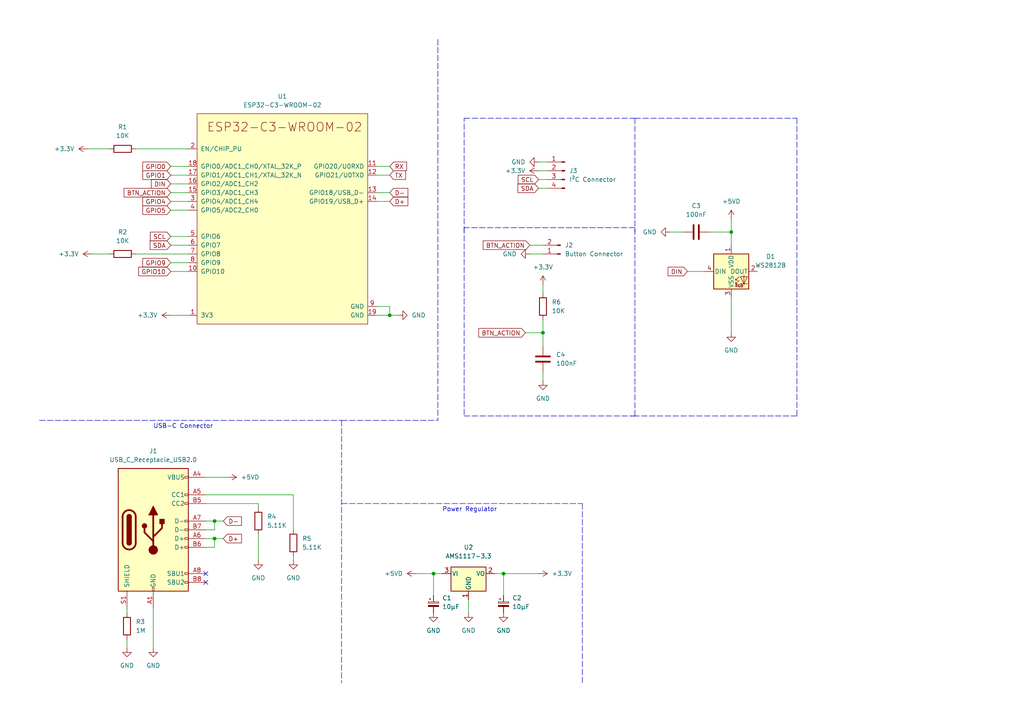
<source format=kicad_sch>
(kicad_sch (version 20211123) (generator eeschema)
  (paper "A4")
  (lib_symbols
    (symbol "Connector:Conn_01x02_Male" (pin_names (offset 1.016) hide)
      (property "Reference" "J" (at 0 2.54 0))
      (property "Value" "Conn_01x02_Male" (at 0 -5.08 0))
      (symbol "Conn_01x02_Male_1_1"
        (polyline (pts (xy 1.27 -2.54) (xy 0.8636 -2.54)) (stroke (width 0.1524)))
        (polyline (pts (xy 1.27 0) (xy 0.8636 0)) (stroke (width 0.1524)))
        (rectangle (start 0.8636 -2.413) (end 0 -2.667) (stroke (width 0.1524)) (fill (type outline)))
        (rectangle (start 0.8636 0.127) (end 0 -0.127) (stroke (width 0.1524)) (fill (type outline)))
        (pin passive line (at 5.08 0 180) (length 3.81) (name "Pin_1") (number "1"))
        (pin passive line (at 5.08 -2.54 180) (length 3.81) (name "Pin_2") (number "2"))
      )
    )
    (symbol "Connector:Conn_01x04_Male" (pin_names (offset 1.016) hide)
      (property "Reference" "J" (at 0 5.08 0))
      (property "Value" "Conn_01x04_Male" (at 0 -7.62 0))
      (symbol "Conn_01x04_Male_1_1"
        (polyline (pts (xy 1.27 -5.08) (xy 0.8636 -5.08)) (stroke (width 0.1524)))
        (polyline (pts (xy 1.27 -2.54) (xy 0.8636 -2.54)) (stroke (width 0.1524)))
        (polyline (pts (xy 1.27 0) (xy 0.8636 0)) (stroke (width 0.1524)))
        (polyline (pts (xy 1.27 2.54) (xy 0.8636 2.54)) (stroke (width 0.1524)))
        (rectangle (start 0.8636 -4.953) (end 0 -5.207) (stroke (width 0.1524)) (fill (type outline)))
        (rectangle (start 0.8636 -2.413) (end 0 -2.667) (stroke (width 0.1524)) (fill (type outline)))
        (rectangle (start 0.8636 0.127) (end 0 -0.127) (stroke (width 0.1524)) (fill (type outline)))
        (rectangle (start 0.8636 2.667) (end 0 2.413) (stroke (width 0.1524)) (fill (type outline)))
        (pin passive line (at 5.08 2.54 180) (length 3.81) (name "Pin_1") (number "1"))
        (pin passive line (at 5.08 0 180) (length 3.81) (name "Pin_2") (number "2"))
        (pin passive line (at 5.08 -2.54 180) (length 3.81) (name "Pin_3") (number "3"))
        (pin passive line (at 5.08 -5.08 180) (length 3.81) (name "Pin_4") (number "4"))
      )
    )
    (symbol "Connector:USB_C_Receptacle_USB2.0" (pin_names (offset 1.016))
      (property "Reference" "J" (at -10.16 19.05 0))
      (property "Value" "USB_C_Receptacle_USB2.0" (at 19.05 19.05 0))
      (symbol "USB_C_Receptacle_USB2.0_0_0"
        (rectangle (start -0.254 -17.78) (end 0.254 -16.764))
        (rectangle (start 10.16 -14.986) (end 9.144 -15.494))
        (rectangle (start 10.16 -12.446) (end 9.144 -12.954))
        (rectangle (start 10.16 -4.826) (end 9.144 -5.334))
        (rectangle (start 10.16 -2.286) (end 9.144 -2.794))
        (rectangle (start 10.16 0.254) (end 9.144 -0.254))
        (rectangle (start 10.16 2.794) (end 9.144 2.286))
        (rectangle (start 10.16 7.874) (end 9.144 7.366))
        (rectangle (start 10.16 10.414) (end 9.144 9.906))
        (rectangle (start 10.16 15.494) (end 9.144 14.986))
      )
      (symbol "USB_C_Receptacle_USB2.0_0_1"
        (rectangle (start -10.16 17.78) (end 10.16 -17.78) (stroke (width 0.254)) (fill (type background)))
        (arc (start -8.89 -3.81) (mid -6.985 -5.715) (end -5.08 -3.81) (stroke (width 0.508)))
        (arc (start -7.62 -3.81) (mid -6.985 -4.445) (end -6.35 -3.81) (stroke (width 0.254)))
        (arc (start -7.62 -3.81) (mid -6.985 -4.445) (end -6.35 -3.81) (stroke (width 0.254)) (fill (type outline)))
        (rectangle (start -7.62 -3.81) (end -6.35 3.81) (stroke (width 0.254)) (fill (type outline)))
        (arc (start -6.35 3.81) (mid -6.985 4.445) (end -7.62 3.81) (stroke (width 0.254)))
        (arc (start -6.35 3.81) (mid -6.985 4.445) (end -7.62 3.81) (stroke (width 0.254)) (fill (type outline)))
        (arc (start -5.08 3.81) (mid -6.985 5.715) (end -8.89 3.81) (stroke (width 0.508)))
        (circle (center -2.54 1.143) (radius 0.635) (stroke (width 0.254)) (fill (type outline)))
        (circle (center 0 -5.842) (radius 1.27) (fill (type outline)))
        (polyline (pts (xy -8.89 -3.81) (xy -8.89 3.81)) (stroke (width 0.508)))
        (polyline (pts (xy -5.08 3.81) (xy -5.08 -3.81)) (stroke (width 0.508)))
        (polyline (pts (xy 0 -5.842) (xy 0 4.318)) (stroke (width 0.508)))
        (polyline (pts (xy 0 -3.302) (xy -2.54 -0.762) (xy -2.54 0.508)) (stroke (width 0.508)))
        (polyline (pts (xy 0 -2.032) (xy 2.54 0.508) (xy 2.54 1.778)) (stroke (width 0.508)))
        (polyline (pts (xy -1.27 4.318) (xy 0 6.858) (xy 1.27 4.318) (xy -1.27 4.318)) (stroke (width 0.254)) (fill (type outline)))
        (rectangle (start 1.905 1.778) (end 3.175 3.048) (stroke (width 0.254)) (fill (type outline)))
      )
      (symbol "USB_C_Receptacle_USB2.0_1_1"
        (pin passive line (at 0 -22.86 90) (length 5.08) (name "GND") (number "A1"))
        (pin passive line (at 0 -22.86 90) (length 5.08) hide (name "GND") (number "A12"))
        (pin passive line (at 15.24 15.24 180) (length 5.08) (name "VBUS") (number "A4"))
        (pin bidirectional line (at 15.24 10.16 180) (length 5.08) (name "CC1") (number "A5"))
        (pin bidirectional line (at 15.24 -2.54 180) (length 5.08) (name "D+") (number "A6"))
        (pin bidirectional line (at 15.24 2.54 180) (length 5.08) (name "D-") (number "A7"))
        (pin bidirectional line (at 15.24 -12.7 180) (length 5.08) (name "SBU1") (number "A8"))
        (pin passive line (at 15.24 15.24 180) (length 5.08) hide (name "VBUS") (number "A9"))
        (pin passive line (at 0 -22.86 90) (length 5.08) hide (name "GND") (number "B1"))
        (pin passive line (at 0 -22.86 90) (length 5.08) hide (name "GND") (number "B12"))
        (pin passive line (at 15.24 15.24 180) (length 5.08) hide (name "VBUS") (number "B4"))
        (pin bidirectional line (at 15.24 7.62 180) (length 5.08) (name "CC2") (number "B5"))
        (pin bidirectional line (at 15.24 -5.08 180) (length 5.08) (name "D+") (number "B6"))
        (pin bidirectional line (at 15.24 0 180) (length 5.08) (name "D-") (number "B7"))
        (pin bidirectional line (at 15.24 -15.24 180) (length 5.08) (name "SBU2") (number "B8"))
        (pin passive line (at 15.24 15.24 180) (length 5.08) hide (name "VBUS") (number "B9"))
        (pin passive line (at -7.62 -22.86 90) (length 5.08) (name "SHIELD") (number "S1"))
      )
    )
    (symbol "Device:C" (pin_numbers hide) (pin_names (offset 0.254))
      (property "Reference" "C" (at 0.635 2.54 0))
      (property "Value" "C" (at 0.635 -2.54 0))
      (symbol "C_0_1"
        (polyline (pts (xy -2.032 -0.762) (xy 2.032 -0.762)) (stroke (width 0.508)))
        (polyline (pts (xy -2.032 0.762) (xy 2.032 0.762)) (stroke (width 0.508)))
      )
      (symbol "C_1_1"
        (pin passive line (at 0 3.81 270) (length 2.794) (name "~") (number "1"))
        (pin passive line (at 0 -3.81 90) (length 2.794) (name "~") (number "2"))
      )
    )
    (symbol "Device:C_Polarized_Small" (pin_numbers hide) (pin_names (offset 0.254) hide)
      (property "Reference" "C" (at 0.254 1.778 0))
      (property "Value" "C_Polarized_Small" (at 0.254 -2.032 0))
      (symbol "C_Polarized_Small_0_1"
        (rectangle (start -1.524 -0.3048) (end 1.524 -0.6858) (fill (type outline)))
        (rectangle (start -1.524 0.6858) (end 1.524 0.3048))
        (polyline (pts (xy -1.27 1.524) (xy -0.762 1.524)))
        (polyline (pts (xy -1.016 1.27) (xy -1.016 1.778)))
      )
      (symbol "C_Polarized_Small_1_1"
        (pin passive line (at 0 2.54 270) (length 1.8542) (name "~") (number "1"))
        (pin passive line (at 0 -2.54 90) (length 1.8542) (name "~") (number "2"))
      )
    )
    (symbol "Device:R" (pin_numbers hide) (pin_names (offset 0))
      (property "Reference" "R" (at 2.032 0 90))
      (property "Value" "R" (at 0 0 90))
      (symbol "R_0_1"
        (rectangle (start -1.016 -2.54) (end 1.016 2.54) (stroke (width 0.254)))
      )
      (symbol "R_1_1"
        (pin passive line (at 0 3.81 270) (length 1.27) (name "~") (number "1"))
        (pin passive line (at 0 -3.81 90) (length 1.27) (name "~") (number "2"))
      )
    )
    (symbol "Espressif:ESP32-C3-WROOM-02" (pin_names (offset 1.016))
      (property "Reference" "U" (at 0 33.02 0))
      (property "Value" "ESP32-C3-WROOM-02" (at 0 -30.48 0))
      (symbol "ESP32-C3-WROOM-02_0_0"
        (text "ESP32-C3-WROOM-02" (at 1.27 27.94 0) (effects (font (size 2.54 2.54))))
      )
      (symbol "ESP32-C3-WROOM-02_0_1"
        (rectangle (start -24.13 31.75) (end 25.4 -29.21) (fill (type background)))
      )
      (symbol "ESP32-C3-WROOM-02_1_1"
        (pin power_in line (at -26.67 -26.67 0) (length 2.54) (name "3V3") (number "1"))
        (pin bidirectional line (at -26.67 -13.97 0) (length 2.54) (name "GPIO10") (number "10"))
        (pin bidirectional line (at 27.94 16.51 180) (length 2.54) (name "GPIO20/U0RXD") (number "11"))
        (pin bidirectional line (at 27.94 13.97 180) (length 2.54) (name "GPIO21/U0TXD") (number "12"))
        (pin bidirectional line (at 27.94 8.89 180) (length 2.54) (name "GPIO18/USB_D-") (number "13"))
        (pin bidirectional line (at 27.94 6.35 180) (length 2.54) (name "GPIO19/USB_D+") (number "14"))
        (pin bidirectional line (at -26.67 8.89 0) (length 2.54) (name "GPIO3/ADC1_CH3") (number "15"))
        (pin bidirectional line (at -26.67 11.43 0) (length 2.54) (name "GPIO2/ADC1_CH2") (number "16"))
        (pin bidirectional line (at -26.67 13.97 0) (length 2.54) (name "GPIO1/ADC1_CH1/XTAL_32K_N") (number "17"))
        (pin bidirectional line (at -26.67 16.51 0) (length 2.54) (name "GPIO0/ADC1_CH0/XTAL_32K_P") (number "18"))
        (pin power_in line (at 27.94 -26.67 180) (length 2.54) (name "GND") (number "19"))
        (pin input line (at -26.67 21.59 0) (length 2.54) (name "EN/CHIP_PU") (number "2"))
        (pin bidirectional line (at -26.67 6.35 0) (length 2.54) (name "GPIO4/ADC1_CH4") (number "3"))
        (pin bidirectional line (at -26.67 3.81 0) (length 2.54) (name "GPIO5/ADC2_CH0") (number "4"))
        (pin bidirectional line (at -26.67 -3.81 0) (length 2.54) (name "GPIO6") (number "5"))
        (pin bidirectional line (at -26.67 -6.35 0) (length 2.54) (name "GPIO7") (number "6"))
        (pin bidirectional line (at -26.67 -8.89 0) (length 2.54) (name "GPIO8") (number "7"))
        (pin bidirectional line (at -26.67 -11.43 0) (length 2.54) (name "GPIO9") (number "8"))
        (pin power_in line (at 27.94 -24.13 180) (length 2.54) (name "GND") (number "9"))
      )
    )
    (symbol "LED:WS2812B" (pin_names (offset 0.254))
      (property "Reference" "D" (at 5.08 5.715 0))
      (property "Value" "WS2812B" (at 1.27 -5.715 0))
      (symbol "WS2812B_0_0"
        (text "RGB" (at 2.286 -4.191 0) (effects (font (size 0.762 0.762))))
      )
      (symbol "WS2812B_0_1"
        (polyline (pts (xy 1.27 -3.556) (xy 1.778 -3.556)))
        (polyline (pts (xy 1.27 -2.54) (xy 1.778 -2.54)))
        (polyline (pts (xy 4.699 -3.556) (xy 2.667 -3.556)))
        (polyline (pts (xy 2.286 -2.54) (xy 1.27 -3.556) (xy 1.27 -3.048)))
        (polyline (pts (xy 2.286 -1.524) (xy 1.27 -2.54) (xy 1.27 -2.032)))
        (polyline (pts (xy 3.683 -1.016) (xy 3.683 -3.556) (xy 3.683 -4.064)))
        (polyline (pts (xy 4.699 -1.524) (xy 2.667 -1.524) (xy 3.683 -3.556) (xy 4.699 -1.524)))
        (rectangle (start 5.08 5.08) (end -5.08 -5.08) (stroke (width 0.254)) (fill (type background)))
      )
      (symbol "WS2812B_1_1"
        (pin power_in line (at 0 7.62 270) (length 2.54) (name "VDD") (number "1"))
        (pin output line (at 7.62 0 180) (length 2.54) (name "DOUT") (number "2"))
        (pin power_in line (at 0 -7.62 90) (length 2.54) (name "VSS") (number "3"))
        (pin input line (at -7.62 0 0) (length 2.54) (name "DIN") (number "4"))
      )
    )
    (symbol "Regulator_Linear:AMS1117-3.3" (pin_names (offset 0.254))
      (property "Reference" "U" (at -3.81 3.175 0))
      (property "Value" "AMS1117-3.3" (at 0 3.175 0))
      (symbol "AMS1117-3.3_0_1"
        (rectangle (start -5.08 -5.08) (end 5.08 1.905) (stroke (width 0.254)) (fill (type background)))
      )
      (symbol "AMS1117-3.3_1_1"
        (pin power_in line (at 0 -7.62 90) (length 2.54) (name "GND") (number "1"))
        (pin power_out line (at 7.62 0 180) (length 2.54) (name "VO") (number "2"))
        (pin power_in line (at -7.62 0 0) (length 2.54) (name "VI") (number "3"))
      )
    )
    (symbol "power:+3.3V" (power) (pin_names (offset 0))
      (property "Value" "+3.3V" (at 0 3.556 0))
      (symbol "+3.3V_0_1"
        (polyline (pts (xy -0.762 1.27) (xy 0 2.54)))
        (polyline (pts (xy 0 0) (xy 0 2.54)))
        (polyline (pts (xy 0 2.54) (xy 0.762 1.27)))
      )
      (symbol "+3.3V_1_1"
        (pin power_in line (at 0 0 90) (length 0) hide (name "+3.3V") (number "1"))
      )
    )
    (symbol "power:+5VD" (power) (pin_names (offset 0))
      (property "Value" "+5VD" (at 0 3.556 0))
      (symbol "+5VD_0_1"
        (polyline (pts (xy -0.762 1.27) (xy 0 2.54)))
        (polyline (pts (xy 0 0) (xy 0 2.54)))
        (polyline (pts (xy 0 2.54) (xy 0.762 1.27)))
      )
      (symbol "+5VD_1_1"
        (pin power_in line (at 0 0 90) (length 0) hide (name "+5VD") (number "1"))
      )
    )
    (symbol "power:GND" (power) (pin_names (offset 0))
      (property "Value" "GND" (at 0 -3.81 0))
      (symbol "GND_0_1"
        (polyline (pts (xy 0 0) (xy 0 -1.27) (xy 1.27 -1.27) (xy 0 -2.54) (xy -1.27 -1.27) (xy 0 -1.27)))
      )
      (symbol "GND_1_1"
        (pin power_in line (at 0 0 270) (length 0) hide (name "GND") (number "1"))
      )
    )
  )
  (junction (at 146.05 166.37))
  (junction (at 62.23 151.13))
  (junction (at 157.48 96.52))
  (junction (at 113.03 91.44))
  (junction (at 62.23 156.21))
  (junction (at 125.73 166.37))
  (junction (at 212.09 67.31))
  (no_connect (at 59.69 168.91))
  (no_connect (at 59.69 166.37))
  (wire (pts (xy 74.93 154.94) (xy 74.93 162.56)))
  (wire (pts (xy 146.05 166.37) (xy 146.05 172.72)))
  (polyline (pts (xy 99.06 121.92) (xy 127 121.92)))
  (wire (pts (xy 128.27 166.37) (xy 125.73 166.37)))
  (wire (pts (xy 62.23 158.75) (xy 62.23 156.21)))
  (polyline (pts (xy 231.14 34.29) (xy 231.14 120.65)))
  (wire (pts (xy 152.4 96.52) (xy 157.48 96.52)))
  (wire (pts (xy 59.69 151.13) (xy 62.23 151.13)))
  (polyline (pts (xy 127 11.43) (xy 127 121.92)))
  (wire (pts (xy 109.22 58.42) (xy 113.03 58.42)))
  (polyline (pts (xy 134.62 66.04) (xy 134.62 120.65)))
  (wire (pts (xy 49.53 68.58) (xy 54.61 68.58)))
  (wire (pts (xy 49.53 50.8) (xy 54.61 50.8)))
  (wire (pts (xy 49.53 71.12) (xy 54.61 71.12)))
  (wire (pts (xy 153.67 73.66) (xy 157.48 73.66)))
  (polyline (pts (xy 231.14 120.65) (xy 182.88 120.65)))
  (wire (pts (xy 49.53 48.26) (xy 54.61 48.26)))
  (wire (pts (xy 157.48 107.95) (xy 157.48 110.49)))
  (wire (pts (xy 36.83 185.42) (xy 36.83 187.96)))
  (wire (pts (xy 49.53 58.42) (xy 54.61 58.42)))
  (wire (pts (xy 109.22 50.8) (xy 113.03 50.8)))
  (wire (pts (xy 59.69 143.51) (xy 85.09 143.51)))
  (wire (pts (xy 212.09 86.36) (xy 212.09 96.52)))
  (wire (pts (xy 146.05 166.37) (xy 156.21 166.37)))
  (polyline (pts (xy 134.62 67.31) (xy 134.62 34.29)))
  (polyline (pts (xy 184.15 34.29) (xy 184.15 67.31)))
  (wire (pts (xy 135.89 173.99) (xy 135.89 177.8)))
  (wire (pts (xy 59.69 156.21) (xy 62.23 156.21)))
  (wire (pts (xy 153.67 71.12) (xy 157.48 71.12)))
  (wire (pts (xy 199.39 78.74) (xy 204.47 78.74)))
  (wire (pts (xy 49.53 76.2) (xy 54.61 76.2)))
  (wire (pts (xy 49.53 91.44) (xy 54.61 91.44)))
  (wire (pts (xy 109.22 55.88) (xy 113.03 55.88)))
  (polyline (pts (xy 184.15 66.04) (xy 134.62 66.04)))
  (wire (pts (xy 49.53 55.88) (xy 54.61 55.88)))
  (wire (pts (xy 157.48 96.52) (xy 157.48 100.33)))
  (wire (pts (xy 156.21 52.07) (xy 158.75 52.07)))
  (wire (pts (xy 44.45 176.53) (xy 44.45 187.96)))
  (wire (pts (xy 25.4 43.18) (xy 31.75 43.18)))
  (wire (pts (xy 59.69 153.67) (xy 62.23 153.67)))
  (wire (pts (xy 156.21 49.53) (xy 158.75 49.53)))
  (polyline (pts (xy 99.06 121.92) (xy 99.06 198.12)))
  (wire (pts (xy 49.53 78.74) (xy 54.61 78.74)))
  (wire (pts (xy 125.73 166.37) (xy 125.73 172.72)))
  (wire (pts (xy 59.69 138.43) (xy 66.04 138.43)))
  (wire (pts (xy 156.21 54.61) (xy 158.75 54.61)))
  (polyline (pts (xy 134.62 34.29) (xy 184.15 34.29)))
  (wire (pts (xy 212.09 67.31) (xy 212.09 71.12)))
  (wire (pts (xy 109.22 48.26) (xy 113.03 48.26)))
  (wire (pts (xy 109.22 91.44) (xy 113.03 91.44)))
  (wire (pts (xy 194.31 67.31) (xy 198.12 67.31)))
  (wire (pts (xy 113.03 91.44) (xy 115.57 91.44)))
  (wire (pts (xy 39.37 43.18) (xy 54.61 43.18)))
  (wire (pts (xy 120.65 166.37) (xy 125.73 166.37)))
  (polyline (pts (xy 184.15 34.29) (xy 231.14 34.29)))
  (wire (pts (xy 59.69 158.75) (xy 62.23 158.75)))
  (wire (pts (xy 85.09 161.29) (xy 85.09 162.56)))
  (wire (pts (xy 157.48 82.55) (xy 157.48 85.09)))
  (wire (pts (xy 26.67 73.66) (xy 31.75 73.66)))
  (wire (pts (xy 39.37 73.66) (xy 54.61 73.66)))
  (wire (pts (xy 62.23 153.67) (xy 62.23 151.13)))
  (wire (pts (xy 205.74 67.31) (xy 212.09 67.31)))
  (wire (pts (xy 49.53 60.96) (xy 54.61 60.96)))
  (wire (pts (xy 113.03 88.9) (xy 113.03 91.44)))
  (wire (pts (xy 59.69 146.05) (xy 74.93 146.05)))
  (wire (pts (xy 109.22 88.9) (xy 113.03 88.9)))
  (wire (pts (xy 156.21 46.99) (xy 158.75 46.99)))
  (wire (pts (xy 62.23 156.21) (xy 64.77 156.21)))
  (wire (pts (xy 157.48 92.71) (xy 157.48 96.52)))
  (wire (pts (xy 49.53 53.34) (xy 54.61 53.34)))
  (polyline (pts (xy 134.62 120.65) (xy 184.15 120.65)))
  (polyline (pts (xy 168.91 146.05) (xy 168.91 198.12)))
  (wire (pts (xy 212.09 63.5) (xy 212.09 67.31)))
  (wire (pts (xy 74.93 146.05) (xy 74.93 147.32)))
  (wire (pts (xy 143.51 166.37) (xy 146.05 166.37)))
  (polyline (pts (xy 99.06 146.05) (xy 168.91 146.05)))
  (polyline (pts (xy 184.15 120.65) (xy 184.15 66.04)))
  (polyline (pts (xy 11.43 121.92) (xy 99.06 121.92)))
  (wire (pts (xy 36.83 176.53) (xy 36.83 177.8)))
  (wire (pts (xy 62.23 151.13) (xy 64.77 151.13)))
  (wire (pts (xy 85.09 143.51) (xy 85.09 153.67)))
  (text "USB-C Connector" (at 44.45 124.46 0) (effects (font (size 1.27 1.27)) (justify left bottom)))
  (text "Power Regulator" (at 128.27 148.59 0) (effects (font (size 1.27 1.27)) (justify left bottom)))
  (global_label "TX" (shape input) (at 113.03 50.8 0) (property "Intersheet References" "${INTERSHEET_REFS}" (effects hide)))
  (global_label "GPIO10" (shape input) (at 49.53 78.74 180) (property "Intersheet References" "${INTERSHEET_REFS}" (effects hide)))
  (global_label "BTN_ACTION" (shape input) (at 152.4 96.52 180) (property "Intersheet References" "${INTERSHEET_REFS}" (effects hide)))
  (global_label "GPIO1" (shape input) (at 49.53 50.8 180) (property "Intersheet References" "${INTERSHEET_REFS}" (effects hide)))
  (global_label "SDA" (shape input) (at 49.53 71.12 180) (property "Intersheet References" "${INTERSHEET_REFS}" (effects hide)))
  (global_label "SCL" (shape input) (at 156.21 52.07 180) (property "Intersheet References" "${INTERSHEET_REFS}" (effects hide)))
  (global_label "SDA" (shape input) (at 156.21 54.61 180) (property "Intersheet References" "${INTERSHEET_REFS}" (effects hide)))
  (global_label "DIN" (shape input) (at 199.39 78.74 180) (property "Intersheet References" "${INTERSHEET_REFS}" (effects hide)))
  (global_label "SCL" (shape input) (at 49.53 68.58 180) (property "Intersheet References" "${INTERSHEET_REFS}" (effects hide)))
  (global_label "RX" (shape input) (at 113.03 48.26 0) (property "Intersheet References" "${INTERSHEET_REFS}" (effects hide)))
  (global_label "BTN_ACTION" (shape input) (at 153.67 71.12 180) (property "Intersheet References" "${INTERSHEET_REFS}" (effects hide)))
  (global_label "GPIO5" (shape input) (at 49.53 60.96 180) (property "Intersheet References" "${INTERSHEET_REFS}" (effects hide)))
  (global_label "DIN" (shape input) (at 49.53 53.34 180) (property "Intersheet References" "${INTERSHEET_REFS}" (effects hide)))
  (global_label "D-" (shape input) (at 113.03 55.88 0) (property "Intersheet References" "${INTERSHEET_REFS}" (effects hide)))
  (global_label "D+" (shape input) (at 113.03 58.42 0) (property "Intersheet References" "${INTERSHEET_REFS}" (effects hide)))
  (global_label "GPIO4" (shape input) (at 49.53 58.42 180) (property "Intersheet References" "${INTERSHEET_REFS}" (effects hide)))
  (global_label "GPIO9" (shape input) (at 49.53 76.2 180) (property "Intersheet References" "${INTERSHEET_REFS}" (effects hide)))
  (global_label "D+" (shape input) (at 64.77 156.21 0) (property "Intersheet References" "${INTERSHEET_REFS}" (effects hide)))
  (global_label "GPIO0" (shape input) (at 49.53 48.26 180) (property "Intersheet References" "${INTERSHEET_REFS}" (effects hide)))
  (global_label "BTN_ACTION" (shape input) (at 49.53 55.88 180) (property "Intersheet References" "${INTERSHEET_REFS}" (effects hide)))
  (global_label "D-" (shape input) (at 64.77 151.13 0) (property "Intersheet References" "${INTERSHEET_REFS}" (effects hide)))
  (symbol (lib_id "power:+3.3V") (at 157.48 82.55 0) (unit 1)
    (property "Reference" "#PWR0121" (effects hide))
    (property "Value" "+3.3V" (at 157.48 77.47 0))
  )
  (symbol (lib_id "power:GND") (at 36.83 187.96 0) (unit 1)
    (property "Reference" "#PWR0110" (effects hide))
    (property "Value" "GND" (at 36.83 193.04 0))
  )
  (symbol (lib_id "Espressif:ESP32-C3-WROOM-02") (at 81.28 64.77 0) (unit 1)
    (property "Reference" "U1" (at 81.915 27.94 0))
    (property "Value" "ESP32-C3-WROOM-02" (at 81.915 30.48 0))
    (property "Footprint" "Espressif:ESP32-C3-WROOM-02" (effects hide))
    (property "Datasheet" "https://www.espressif.com/sites/default/files/documentation/esp32-c3-wroom-02_datasheet_en.pdf" (effects hide))
  )
  (symbol (lib_id "Regulator_Linear:AMS1117-3.3") (at 135.89 166.37 0) (unit 1)
    (property "Reference" "U2" (at 135.89 158.75 0))
    (property "Value" "AMS1117-3.3" (at 135.89 161.29 0))
    (property "Footprint" "Package_TO_SOT_SMD:SOT-223-3_TabPin2" (effects hide))
    (property "Datasheet" "http://www.advanced-monolithic.com/pdf/ds1117.pdf" (effects hide))
  )
  (symbol (lib_id "power:GND") (at 157.48 110.49 0) (unit 1)
    (property "Reference" "#PWR0122" (effects hide))
    (property "Value" "GND" (at 157.48 115.57 0))
  )
  (symbol (lib_id "LED:WS2812B") (at 212.09 78.74 0) (unit 1)
    (property "Reference" "D1" (at 223.52 74.4093 0))
    (property "Value" "WS2812B" (at 223.52 76.9493 0))
    (property "Footprint" "LED_SMD:LED_WS2812B_PLCC4_5.0x5.0mm_P3.2mm" (effects hide))
    (property "Datasheet" "https://cdn-shop.adafruit.com/datasheets/WS2812B.pdf" (effects hide))
  )
  (symbol (lib_id "power:+3.3V") (at 156.21 166.37 270) (unit 1)
    (property "Reference" "#PWR0109" (effects hide))
    (property "Value" "+3.3V" (at 160.02 166.3699 90) (effects (justify left)))
  )
  (symbol (lib_id "power:+3.3V") (at 26.67 73.66 90) (unit 1)
    (property "Reference" "#PWR0117" (effects hide))
    (property "Value" "+3.3V" (at 22.86 73.6599 90) (effects (justify left)))
  )
  (symbol (lib_id "power:GND") (at 135.89 177.8 0) (unit 1)
    (property "Reference" "#PWR0105" (effects hide))
    (property "Value" "GND" (at 135.89 182.88 0))
  )
  (symbol (lib_id "power:GND") (at 156.21 46.99 270) (unit 1)
    (property "Reference" "#PWR0118" (effects hide))
    (property "Value" "GND" (at 152.4 46.9899 90) (effects (justify right)))
  )
  (symbol (lib_id "Device:R") (at 36.83 181.61 0) (unit 1)
    (property "Reference" "R3" (at 39.37 180.3399 0) (effects (justify left)))
    (property "Value" "1M" (at 39.37 182.8799 0) (effects (justify left)))
    (property "Footprint" "Resistor_SMD:R_0603_1608Metric" (effects hide))
  )
  (symbol (lib_id "power:GND") (at 146.05 177.8 0) (unit 1)
    (property "Reference" "#PWR0108" (effects hide))
    (property "Value" "GND" (at 146.05 182.88 0))
  )
  (symbol (lib_id "power:+3.3V") (at 156.21 49.53 90) (unit 1)
    (property "Reference" "#PWR0119" (effects hide))
    (property "Value" "+3.3V" (at 152.4 49.5299 90) (effects (justify left)))
  )
  (symbol (lib_id "power:+5VD") (at 120.65 166.37 90) (unit 1)
    (property "Reference" "#PWR0114" (effects hide))
    (property "Value" "+5VD" (at 116.84 166.3699 90) (effects (justify left)))
  )
  (symbol (lib_id "power:+3.3V") (at 25.4 43.18 90) (unit 1)
    (property "Reference" "#PWR0102" (effects hide))
    (property "Value" "+3.3V" (at 21.59 43.1799 90) (effects (justify left)))
  )
  (symbol (lib_id "Device:R") (at 35.56 43.18 270) (unit 1)
    (property "Reference" "R1" (at 35.56 36.83 90))
    (property "Value" "10K" (at 35.56 39.37 90))
    (property "Footprint" "Resistor_SMD:R_0603_1608Metric" (effects hide))
  )
  (symbol (lib_id "Device:C") (at 201.93 67.31 270) (unit 1)
    (property "Reference" "C3" (at 201.93 59.69 90))
    (property "Value" "100nF" (at 201.93 62.23 90))
    (property "Footprint" "Capacitor_SMD:C_0603_1608Metric" (effects hide))
  )
  (symbol (lib_id "power:+5VD") (at 66.04 138.43 270) (unit 1)
    (property "Reference" "#PWR0107" (effects hide))
    (property "Value" "+5VD" (at 69.85 138.4299 90) (effects (justify left)))
  )
  (symbol (lib_id "Device:R") (at 85.09 157.48 0) (unit 1)
    (property "Reference" "R5" (at 87.63 156.2099 0) (effects (justify left)))
    (property "Value" "5.11K" (at 87.63 158.7499 0) (effects (justify left)))
    (property "Footprint" "Resistor_SMD:R_0603_1608Metric" (effects hide))
  )
  (symbol (lib_id "Device:R") (at 74.93 151.13 0) (unit 1)
    (property "Reference" "R4" (at 77.47 149.8599 0) (effects (justify left)))
    (property "Value" "5.11K" (at 77.47 152.3999 0) (effects (justify left)))
    (property "Footprint" "Resistor_SMD:R_0603_1608Metric" (effects hide))
  )
  (symbol (lib_id "power:+5VD") (at 212.09 63.5 0) (unit 1)
    (property "Reference" "#PWR0115" (effects hide))
    (property "Value" "+5VD" (at 212.09 58.42 0))
  )
  (symbol (lib_id "Device:C_Polarized_Small") (at 146.05 175.26 0) (unit 1)
    (property "Reference" "C2" (at 148.59 173.4438 0) (effects (justify left)))
    (property "Value" "10µF" (at 148.59 175.9838 0) (effects (justify left)))
    (property "Footprint" "Capacitor_SMD:C_0603_1608Metric" (effects hide))
  )
  (symbol (lib_id "Device:R") (at 157.48 88.9 0) (unit 1)
    (property "Reference" "R6" (at 160.02 87.6299 0) (effects (justify left)))
    (property "Value" "10K" (at 160.02 90.1699 0) (effects (justify left)))
    (property "Footprint" "Resistor_SMD:R_0603_1608Metric" (effects hide))
  )
  (symbol (lib_id "power:GND") (at 74.93 162.56 0) (unit 1)
    (property "Reference" "#PWR0112" (effects hide))
    (property "Value" "GND" (at 74.93 167.64 0))
  )
  (symbol (lib_id "power:+3.3V") (at 49.53 91.44 90) (unit 1)
    (property "Reference" "#PWR0104" (effects hide))
    (property "Value" "+3.3V" (at 45.72 91.4399 90) (effects (justify left)))
  )
  (symbol (lib_id "Connector:Conn_01x02_Male") (at 162.56 73.66 180) (unit 1)
    (property "Reference" "J2" (at 163.83 71.1199 0) (effects (justify right)))
    (property "Value" "Button Connector" (at 163.83 73.6599 0) (effects (justify right)))
    (property "Footprint" "Connector_PinHeader_2.00mm:PinHeader_1x02_P2.00mm_Vertical" (effects hide))
  )
  (symbol (lib_id "power:GND") (at 212.09 96.52 0) (unit 1)
    (property "Reference" "#PWR0103" (effects hide))
    (property "Value" "GND" (at 212.09 101.6 0))
  )
  (symbol (lib_id "Device:C_Polarized_Small") (at 125.73 175.26 0) (unit 1)
    (property "Reference" "C1" (at 128.27 173.4438 0) (effects (justify left)))
    (property "Value" "10µF" (at 128.27 175.9838 0) (effects (justify left)))
    (property "Footprint" "Capacitor_SMD:C_0603_1608Metric" (effects hide))
  )
  (symbol (lib_id "power:GND") (at 153.67 73.66 270) (unit 1)
    (property "Reference" "#PWR0120" (effects hide))
    (property "Value" "GND" (at 149.86 73.6599 90) (effects (justify right)))
  )
  (symbol (lib_id "Connector:USB_C_Receptacle_USB2.0") (at 44.45 153.67 0) (unit 1)
    (property "Reference" "J1" (at 44.45 130.81 0))
    (property "Value" "USB_C_Receptacle_USB2.0" (at 44.45 133.35 0))
    (property "Footprint" "Connector_USB:USB_C_Receptacle_Palconn_UTC16-G" (effects hide))
    (property "Datasheet" "https://www.usb.org/sites/default/files/documents/usb_type-c.zip" (effects hide))
  )
  (symbol (lib_id "power:GND") (at 85.09 162.56 0) (unit 1)
    (property "Reference" "#PWR0113" (effects hide))
    (property "Value" "GND" (at 85.09 167.64 0))
  )
  (symbol (lib_id "Device:R") (at 35.56 73.66 90) (unit 1)
    (property "Reference" "R2" (at 35.56 67.31 90))
    (property "Value" "10K" (at 35.56 69.85 90))
    (property "Footprint" "Resistor_SMD:R_0603_1608Metric" (effects hide))
  )
  (symbol (lib_id "power:GND") (at 115.57 91.44 90) (unit 1)
    (property "Reference" "#PWR0101" (effects hide))
    (property "Value" "GND" (at 119.38 91.4399 90) (effects (justify right)))
  )
  (symbol (lib_id "power:GND") (at 194.31 67.31 270) (unit 1)
    (property "Reference" "#PWR0116" (effects hide))
    (property "Value" "GND" (at 190.5 67.3099 90) (effects (justify right)))
  )
  (symbol (lib_id "Connector:Conn_01x04_Male") (at 163.83 49.53 0) (mirror y) (unit 1)
    (property "Reference" "J3" (at 165.1 49.5299 0) (effects (justify right)))
    (property "Value" "I²C Connector" (at 165.1 52.0699 0) (effects (justify right)))
    (property "Footprint" "Connector_PinHeader_2.00mm:PinHeader_1x04_P2.00mm_Vertical" (effects hide))
  )
  (symbol (lib_id "Device:C") (at 157.48 104.14 0) (unit 1)
    (property "Reference" "C4" (at 161.29 102.8699 0) (effects (justify left)))
    (property "Value" "100nF" (at 161.29 105.4099 0) (effects (justify left)))
    (property "Footprint" "Capacitor_SMD:C_0603_1608Metric" (effects hide))
  )
  (symbol (lib_id "power:GND") (at 125.73 177.8 0) (unit 1)
    (property "Reference" "#PWR0106" (effects hide))
    (property "Value" "GND" (at 125.73 182.88 0))
  )
  (symbol (lib_id "power:GND") (at 44.45 187.96 0) (unit 1)
    (property "Reference" "#PWR0111" (effects hide))
    (property "Value" "GND" (at 44.45 193.04 0))
  )
)
</source>
